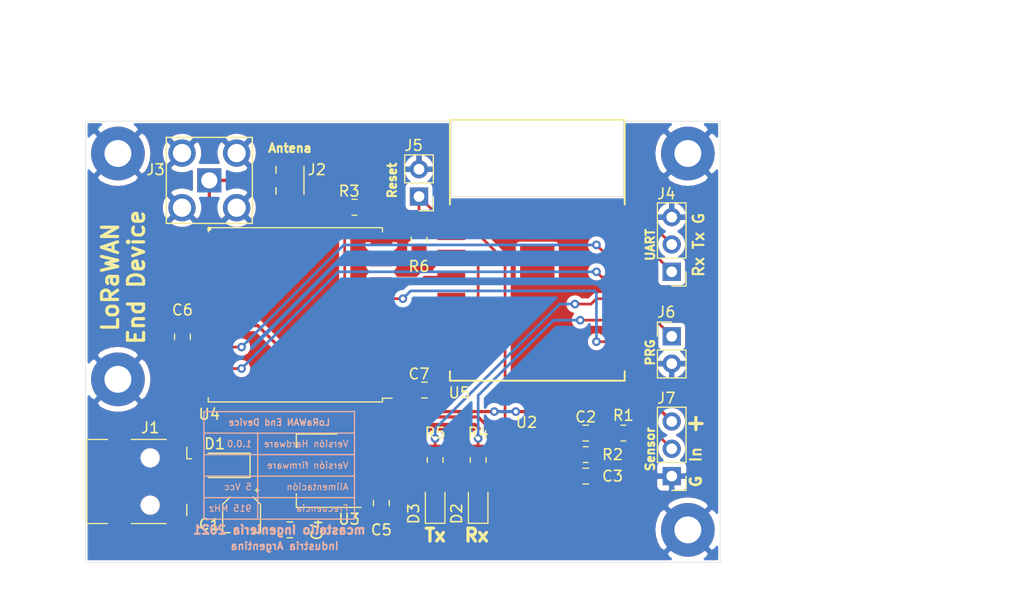
<source format=kicad_pcb>
(kicad_pcb (version 20171130) (host pcbnew 5.1.10-88a1d61d58~88~ubuntu20.04.1)
  (title_block (title "LoRa End Device") (date 2021-08-15) (rev 1.0) (company "Copyright mcastello Ingeniería") (comment 1 "Revisor: Ignacio Moya") (comment 2 "Autor: Marcelo Castello") (comment 3 "Licencia: TAPR Open Hardware Licence"))
  (layers (0 F.Cu signal) (31 B.Cu signal) (34 B.Paste user hide) (35 F.Paste user hide) (36 B.SilkS user) (37 F.SilkS user) (38 B.Mask user) (39 F.Mask user) (44 Edge.Cuts user))
  (net 0 "")
  (net 1 "Net-(C1-Pad1)")
  (net 2 GND)
  (net 3 /Analog0)
  (net 4 "Net-(C2-Pad2)")
  (net 5 "Net-(C3-Pad1)")
  (net 6 +3V3)
  (net 7 "Net-(D1-Pad2)")
  (net 8 "Net-(D2-Pad2)")
  (net 9 "Net-(D3-Pad2)")
  (net 10 "Net-(J1-Pad2)")
  (net 11 "Net-(J1-Pad3)")
  (net 12 "Net-(J1-Pad4)")
  (net 13 "Net-(J2-Pad2)")
  (net 14 "Net-(J4-Pad1)")
  (net 15 "Net-(J4-Pad2)")
  (net 16 "Net-(J5-Pad1)")
  (net 17 "Net-(J6-Pad1)")
  (net 18 "Net-(R3-Pad1)")
  (net 19 "Net-(R4-Pad1)")
  (net 20 "Net-(U4-Pad2)")
  (net 21 "Net-(U4-Pad3)")
  (net 22 "Net-(U4-Pad4)")
  (net 23 "Net-(U4-Pad6)")
  (net 24 "Net-(U4-Pad7)")
  (net 25 "Net-(U4-Pad11)")
  (net 26 "Net-(U4-Pad12)")
  (net 27 "Net-(U4-Pad14)")
  (net 28 "Net-(U4-Pad15)")
  (net 29 "Net-(U4-Pad16)")
  (net 30 "Net-(J7-Pad2)")
  (module Package_TO_SOT_SMD:SOT-223-3_TabPin2 (layer F.Cu) (at 79.5 90.5 180)
    (fp_text reference U3 (at -3 -4.5) (layer F.SilkS))
    (fp_text value LD1117)
    (fp_line (start 1.91 3.41) (end 1.91 2.15) (layer F.SilkS) (width 0.12))
    (fp_line (start 1.91 -3.41) (end 1.91 -2.15) (layer F.SilkS) (width 0.12))
    (fp_line (start -1.85 3.41) (end 1.91 3.41) (layer F.SilkS) (width 0.12))
    (fp_line (start -4.1 -3.41) (end 1.91 -3.41) (layer F.SilkS) (width 0.12))
    (pad 2 smd rect (at 3.15 0 180) (size 2 3.8) (layers F.Cu F.Paste F.Mask) (net 6 +3V3))
    (pad 2 smd rect (at -3.15 0 180) (size 2 1.5) (layers F.Cu F.Paste F.Mask) (net 6 +3V3))
    (pad 3 smd rect (at -3.15 2.3 180) (size 2 1.5) (layers F.Cu F.Paste F.Mask) (net 1 "Net-(C1-Pad1)"))
    (pad 1 smd rect (at -3.15 -2.3 180) (size 2 1.5) (layers F.Cu F.Paste F.Mask) (net 2 GND))
  )
  (module Fiducial:Fiducial_0.75mm_Mask1.5mm (layer F.Cu) (at 107 96)
    (fp_text reference FID3 hide)
    (fp_text value Fiducial hide)
    (pad "" smd circle (at 0 0) (size 0.75 0.75) (layers F.Cu F.Mask) (clearance 0.375))
  )
  (module Fiducial:Fiducial_0.75mm_Mask1.5mm (layer F.Cu) (at 110 61)
    (fp_text reference FID2 hide)
    (fp_text value Fiducial hide)
    (pad "" smd circle (at 0 0) (size 0.75 0.75) (layers F.Cu F.Mask) (clearance 0.375))
  )
  (module MountingHole:MountingHole_2.5mm_Pad (layer F.Cu) (at 114 96)
    (fp_text reference H4 hide)
    (fp_text value MountingHole hide)
    (pad 1 thru_hole circle (at 0 0) (size 5 5) (drill 2.5) (layers *.Cu *.Mask) (net 2 GND))
  )
  (module MountingHole:MountingHole_2.5mm_Pad (layer F.Cu) (at 114 61)
    (fp_text reference H3 hide)
    (fp_text value MountingHole hide)
    (pad 1 thru_hole circle (at 0 0) (size 5 5) (drill 2.5) (layers *.Cu *.Mask) (net 2 GND))
  )
  (module MountingHole:MountingHole_2.5mm_Pad (layer F.Cu) (at 61 61)
    (fp_text reference H2 hide)
    (fp_text value MountingHole hide)
    (pad 1 thru_hole circle (at 0 0) (size 5 5) (drill 2.5) (layers *.Cu *.Mask) (net 2 GND))
  )
  (module MountingHole:MountingHole_2.5mm_Pad (layer F.Cu) (at 61 82)
    (fp_text reference H1 hide)
    (fp_text value MountingHole hide)
    (pad 1 thru_hole circle (at 0 0) (size 5 5) (drill 2.5) (layers *.Cu *.Mask) (net 2 GND))
  )
  (module Fiducial:Fiducial_0.75mm_Mask1.5mm (layer F.Cu) (at 61.5 65.5)
    (fp_text reference FID1 hide)
    (fp_text value Fiducial hide)
    (pad "" smd circle (at 0 0) (size 0.75 0.75) (layers F.Cu F.Mask) (clearance 0.375))
  )
  (module Connector_PinHeader_2.54mm:PinHeader_1x03_P2.54mm_Vertical (layer F.Cu) (at 112.5 91 180)
    (fp_text reference J7 (at 0.5 7.25) (layer F.SilkS))
    (fp_text value Sensor)
    (fp_line (start -1.33 -1.33) (end 0 -1.33) (layer F.SilkS) (width 0.12))
    (fp_line (start -1.33 0) (end -1.33 -1.33) (layer F.SilkS) (width 0.12))
    (fp_line (start -1.33 1.27) (end 1.33 1.27) (layer F.SilkS) (width 0.12))
    (fp_line (start 1.33 1.27) (end 1.33 6.41) (layer F.SilkS) (width 0.12))
    (fp_line (start -1.33 1.27) (end -1.33 6.41) (layer F.SilkS) (width 0.12))
    (fp_line (start -1.33 6.41) (end 1.33 6.41) (layer F.SilkS) (width 0.12))
    (pad 3 thru_hole oval (at 0 5.08 180) (size 1.7 1.7) (drill 1) (layers *.Cu *.Mask) (net 6 +3V3))
    (pad 2 thru_hole oval (at 0 2.54 180) (size 1.7 1.7) (drill 1) (layers *.Cu *.Mask) (net 30 "Net-(J7-Pad2)"))
    (pad 1 thru_hole rect (at 0 0 180) (size 1.7 1.7) (drill 1) (layers *.Cu *.Mask) (net 2 GND))
  )
  (module Capacitor_SMD:CP_Elec_3x5.3 (layer F.Cu) (at 72.5 94.5 270)
    (fp_text reference C1 (at 1 3 180) (layer F.SilkS))
    (fp_text value 10uF)
    (fp_line (start 1.76 1.76) (end 1.76 1.06) (layer F.SilkS) (width 0.12))
    (fp_line (start 1.76 -1.76) (end 1.76 -1.06) (layer F.SilkS) (width 0.12))
    (fp_line (start -0.870563 -1.76) (end 1.76 -1.76) (layer F.SilkS) (width 0.12))
    (fp_line (start -0.870563 1.76) (end 1.76 1.76) (layer F.SilkS) (width 0.12))
    (fp_line (start -1.570563 -1.06) (end -0.870563 -1.76) (layer F.SilkS) (width 0.12))
    (fp_line (start -1.570563 1.06) (end -0.870563 1.76) (layer F.SilkS) (width 0.12))
    (fp_line (start -2.375 -1.435) (end -2 -1.435) (layer F.SilkS) (width 0.12))
    (fp_line (start -2.1875 -1.6225) (end -2.1875 -1.2475) (layer F.SilkS) (width 0.12))
    (pad 1 smd rect (at -1.5 0 270) (size 2.2 1.6) (layers F.Cu F.Paste F.Mask) (net 1 "Net-(C1-Pad1)"))
    (pad 2 smd rect (at 1.5 0 270) (size 2.2 1.6) (layers F.Cu F.Paste F.Mask) (net 2 GND))
  )
  (module Capacitor_SMD:C_0805_2012Metric (layer F.Cu) (at 104.5 87)
    (fp_text reference C2 (at 0 -1.5) (layer F.SilkS))
    (fp_text value 150nF)
    (fp_line (start -0.261252 -0.735) (end 0.261252 -0.735) (layer F.SilkS) (width 0.12))
    (fp_line (start -0.261252 0.735) (end 0.261252 0.735) (layer F.SilkS) (width 0.12))
    (pad 1 smd roundrect (at -0.95 0) (size 1 1.45) (layers F.Cu F.Paste F.Mask) (net 3 /Analog0))
    (pad 2 smd roundrect (at 0.95 0) (size 1 1.45) (layers F.Cu F.Paste F.Mask) (net 4 "Net-(C2-Pad2)"))
  )
  (module Capacitor_SMD:C_0805_2012Metric (layer F.Cu) (at 104.5 91)
    (fp_text reference C3 (at 2.5 0) (layer F.SilkS))
    (fp_text value 68nF)
    (fp_line (start -0.261252 -0.735) (end 0.261252 -0.735) (layer F.SilkS) (width 0.12))
    (fp_line (start -0.261252 0.735) (end 0.261252 0.735) (layer F.SilkS) (width 0.12))
    (pad 1 smd roundrect (at -0.95 0) (size 1 1.45) (layers F.Cu F.Paste F.Mask) (net 5 "Net-(C3-Pad1)"))
    (pad 2 smd roundrect (at 0.95 0) (size 1 1.45) (layers F.Cu F.Paste F.Mask) (net 2 GND))
  )
  (module Capacitor_SMD:C_0805_2012Metric (layer F.Cu) (at 77 96)
    (fp_text reference C4 (at 2.5 0 -270) (layer F.SilkS))
    (fp_text value 100nF)
    (fp_line (start -0.261252 0.735) (end 0.261252 0.735) (layer F.SilkS) (width 0.12))
    (fp_line (start -0.261252 -0.735) (end 0.261252 -0.735) (layer F.SilkS) (width 0.12))
    (pad 2 smd roundrect (at 0.95 0) (size 1 1.45) (layers F.Cu F.Paste F.Mask) (net 2 GND))
    (pad 1 smd roundrect (at -0.95 0) (size 1 1.45) (layers F.Cu F.Paste F.Mask) (net 1 "Net-(C1-Pad1)"))
  )
  (module Capacitor_SMD:C_0805_2012Metric (layer F.Cu) (at 85.5 93.5 270)
    (fp_text reference C5 (at 2.5 0 180) (layer F.SilkS))
    (fp_text value 100nF)
    (fp_line (start -0.261252 -0.735) (end 0.261252 -0.735) (layer F.SilkS) (width 0.12))
    (fp_line (start -0.261252 0.735) (end 0.261252 0.735) (layer F.SilkS) (width 0.12))
    (pad 1 smd roundrect (at -0.95 0 270) (size 1 1.45) (layers F.Cu F.Paste F.Mask) (net 6 +3V3))
    (pad 2 smd roundrect (at 0.95 0 270) (size 1 1.45) (layers F.Cu F.Paste F.Mask) (net 2 GND))
  )
  (module Capacitor_SMD:C_0805_2012Metric (layer F.Cu) (at 67 78.05 270)
    (fp_text reference C6 (at -2.5 0 180) (layer F.SilkS))
    (fp_text value 100nF)
    (fp_line (start -0.261252 0.735) (end 0.261252 0.735) (layer F.SilkS) (width 0.12))
    (fp_line (start -0.261252 -0.735) (end 0.261252 -0.735) (layer F.SilkS) (width 0.12))
    (pad 2 smd roundrect (at 0.95 0 270) (size 1 1.45) (layers F.Cu F.Paste F.Mask) (net 2 GND))
    (pad 1 smd roundrect (at -0.95 0 270) (size 1 1.45) (layers F.Cu F.Paste F.Mask) (net 6 +3V3))
  )
  (module Capacitor_SMD:C_0805_2012Metric (layer F.Cu) (at 89.5 83 180)
    (fp_text reference C7 (at 0.5 1.5) (layer F.SilkS))
    (fp_text value 100nF)
    (fp_line (start -0.261252 0.735) (end 0.261252 0.735) (layer F.SilkS) (width 0.12))
    (fp_line (start -0.261252 -0.735) (end 0.261252 -0.735) (layer F.SilkS) (width 0.12))
    (pad 2 smd roundrect (at 0.95 0 180) (size 1 1.45) (layers F.Cu F.Paste F.Mask) (net 2 GND))
    (pad 1 smd roundrect (at -0.95 0 180) (size 1 1.45) (layers F.Cu F.Paste F.Mask) (net 6 +3V3))
  )
  (module Diode_SMD:D_1206_3216Metric (layer F.Cu) (at 71 90 180)
    (fp_text reference D1 (at 1 2) (layer F.SilkS))
    (fp_text value 1N4007)
    (fp_line (start 1.6 -1.135) (end -2.285 -1.135) (layer F.SilkS) (width 0.12))
    (fp_line (start -2.285 -1.135) (end -2.285 1.135) (layer F.SilkS) (width 0.12))
    (fp_line (start -2.285 1.135) (end 1.6 1.135) (layer F.SilkS) (width 0.12))
    (pad 1 smd roundrect (at -1.4 0 180) (size 1.25 1.75) (layers F.Cu F.Paste F.Mask) (roundrect_rratio 0.2) (net 1 "Net-(C1-Pad1)"))
    (pad 2 smd roundrect (at 1.4 0 180) (size 1.25 1.75) (layers F.Cu F.Paste F.Mask) (roundrect_rratio 0.2) (net 7 "Net-(D1-Pad2)"))
  )
  (module LED_SMD:LED_0805_2012Metric_Castellated (layer F.Cu) (at 94.5 93.5 90)
    (fp_text reference D2 (at -1 -2 90) (layer F.SilkS))
    (fp_text value Verde)
    (fp_line (start 1 -0.91) (end -1.885 -0.91) (layer F.SilkS) (width 0.12))
    (fp_line (start -1.885 -0.91) (end -1.885 0.91) (layer F.SilkS) (width 0.12))
    (fp_line (start -1.885 0.91) (end 1 0.91) (layer F.SilkS) (width 0.12))
    (pad 1 smd roundrect (at -0.9625 0 90) (size 1.325 1.3) (layers F.Cu F.Paste F.Mask) (roundrect_rratio 0.1923076923076923) (net 2 GND))
    (pad 2 smd roundrect (at 0.9625 0 90) (size 1.325 1.3) (layers F.Cu F.Paste F.Mask) (roundrect_rratio 0.1923076923076923) (net 8 "Net-(D2-Pad2)"))
  )
  (module LED_SMD:LED_0805_2012Metric_Castellated (layer F.Cu) (at 90.5 93.5 90)
    (fp_text reference D3 (at -1 -2 270) (layer F.SilkS))
    (fp_text value Rojo)
    (fp_line (start -1.885 0.91) (end 1 0.91) (layer F.SilkS) (width 0.12))
    (fp_line (start -1.885 -0.91) (end -1.885 0.91) (layer F.SilkS) (width 0.12))
    (fp_line (start 1 -0.91) (end -1.885 -0.91) (layer F.SilkS) (width 0.12))
    (pad 2 smd roundrect (at 0.9625 0 90) (size 1.325 1.3) (layers F.Cu F.Paste F.Mask) (roundrect_rratio 0.1923076923076923) (net 9 "Net-(D3-Pad2)"))
    (pad 1 smd roundrect (at -0.9625 0 90) (size 1.325 1.3) (layers F.Cu F.Paste F.Mask) (roundrect_rratio 0.1923076923076923) (net 2 GND))
  )
  (module Connector_USB:USB_Mini-B_Lumberg_2486_01_Horizontal (layer F.Cu) (at 64 91.5 270)
    (fp_text reference J1 (at -5 0 180) (layer F.SilkS))
    (fp_text value USB_B_Micro hide)
    (fp_line (start 3.91 5.91) (end -3.91 5.91) (layer F.SilkS) (width 0.12))
    (fp_line (start -2.11 -3.41) (end -2.11 -3.84) (layer F.SilkS) (width 0.12))
    (fp_line (start 3.91 5.91) (end 3.91 3.96) (layer F.SilkS) (width 0.12))
    (fp_line (start 3.91 1.74) (end 3.91 -1.49) (layer F.SilkS) (width 0.12))
    (fp_line (start 2.11 -3.41) (end 3.19 -3.41) (layer F.SilkS) (width 0.12))
    (fp_line (start -3.19 -3.41) (end -2.11 -3.41) (layer F.SilkS) (width 0.12))
    (fp_line (start -3.91 1.74) (end -3.91 -1.49) (layer F.SilkS) (width 0.12))
    (fp_line (start -3.91 5.91) (end -3.91 3.96) (layer F.SilkS) (width 0.12))
    (pad 1 smd rect (at -1.6 -2.7 270) (size 0.5 2) (layers F.Cu F.Paste F.Mask) (net 7 "Net-(D1-Pad2)"))
    (pad 2 smd rect (at -0.8 -2.7 270) (size 0.5 2) (layers F.Cu F.Paste F.Mask) (net 10 "Net-(J1-Pad2)"))
    (pad 3 smd rect (at 0 -2.7 270) (size 0.5 2) (layers F.Cu F.Paste F.Mask) (net 11 "Net-(J1-Pad3)"))
    (pad 4 smd rect (at 0.8 -2.7 270) (size 0.5 2) (layers F.Cu F.Paste F.Mask) (net 12 "Net-(J1-Pad4)"))
    (pad 5 smd rect (at 1.6 -2.7 270) (size 0.5 2) (layers F.Cu F.Paste F.Mask) (net 2 GND))
    (pad 6 smd rect (at -4.45 -2.6 270) (size 2 1.7) (layers F.Cu F.Paste F.Mask) (net 2 GND))
    (pad 6 smd rect (at -4.45 2.85 270) (size 2 1.7) (layers F.Cu F.Paste F.Mask) (net 2 GND))
    (pad 6 smd rect (at 4.45 -2.6 270) (size 2 1.7) (layers F.Cu F.Paste F.Mask) (net 2 GND))
    (pad 6 smd rect (at 4.45 2.85 270) (size 2 1.7) (layers F.Cu F.Paste F.Mask) (net 2 GND))
    (pad "" np_thru_hole circle (at -2.2 0 270) (size 1 1) (drill 1) (layers *.Cu *.Mask))
    (pad "" np_thru_hole circle (at 2.2 0 270) (size 1 1) (drill 1) (layers *.Cu *.Mask))
  )
  (module "RFUFL2:HRS_U.FL-R-SMT-1(10)" (layer F.Cu) (at 77 63.5 270)
    (fp_text reference J2 (at -1 -2.5) (layer F.SilkS))
    (fp_text value UFL)
    (fp_line (start -1.3 -1.3) (end 1.3 -1.3) (layer F.SilkS) (width 0.127))
    (fp_line (start -1.3 1.3) (end -0.67 1.3) (layer F.SilkS) (width 0.127))
    (fp_line (start 1.3 1.3) (end 0.67 1.3) (layer F.SilkS) (width 0.127))
    (pad 2 smd rect (at 0 1.525 270) (size 1 1.05) (layers F.Cu F.Paste F.Mask) (net 13 "Net-(J2-Pad2)"))
    (pad 1 smd rect (at -1.475 0 270) (size 1.05 2.2) (layers F.Cu F.Paste F.Mask) (net 2 GND))
    (pad 3 smd rect (at 1.475 0 270) (size 1.05 2.2) (layers F.Cu F.Paste F.Mask))
  )
  (module RFSMA:AMPHENOL_132203RP (layer F.Cu) (at 69.5 63.5 180)
    (fp_text reference J3 (at 5 1) (layer F.SilkS))
    (fp_text value SMA)
    (fp_line (start -4 4) (end -4 -4) (layer F.SilkS) (width 0.127))
    (fp_line (start -4 -4) (end 4 -4) (layer F.SilkS) (width 0.127))
    (fp_line (start 4 -4) (end 4 4) (layer F.SilkS) (width 0.127))
    (fp_line (start 4 4) (end -4 4) (layer F.SilkS) (width 0.127))
    (fp_circle (center 0 -4.5) (end 0.1 -4.5) (layer F.SilkS) (width 0.2))
    (pad 1 thru_hole rect (at 0 0 180) (size 2.25 2.25) (drill 1.5) (layers *.Cu *.Mask) (net 13 "Net-(J2-Pad2)"))
    (pad 2 thru_hole circle (at -2.54 -2.54 180) (size 2.55 2.55) (drill 1.7) (layers *.Cu *.Mask) (net 2 GND))
    (pad 3 thru_hole circle (at 2.54 -2.54 180) (size 2.55 2.55) (drill 1.7) (layers *.Cu *.Mask) (net 2 GND))
    (pad 4 thru_hole circle (at 2.54 2.54 180) (size 2.55 2.55) (drill 1.7) (layers *.Cu *.Mask) (net 2 GND))
    (pad 5 thru_hole circle (at -2.54 2.54 180) (size 2.55 2.55) (drill 1.7) (layers *.Cu *.Mask) (net 2 GND))
  )
  (module Connector_PinHeader_2.54mm:PinHeader_1x03_P2.54mm_Vertical (layer F.Cu) (at 112.5 72 180)
    (fp_text reference J4 (at 0.5 7.25 180) (layer F.SilkS))
    (fp_text value UART)
    (fp_line (start -1.33 6.41) (end 1.33 6.41) (layer F.SilkS) (width 0.12))
    (fp_line (start -1.33 1.27) (end -1.33 6.41) (layer F.SilkS) (width 0.12))
    (fp_line (start 1.33 1.27) (end 1.33 6.41) (layer F.SilkS) (width 0.12))
    (fp_line (start -1.33 1.27) (end 1.33 1.27) (layer F.SilkS) (width 0.12))
    (fp_line (start -1.33 0) (end -1.33 -1.33) (layer F.SilkS) (width 0.12))
    (fp_line (start -1.33 -1.33) (end 0 -1.33) (layer F.SilkS) (width 0.12))
    (pad 1 thru_hole rect (at 0 0 180) (size 1.7 1.7) (drill 1) (layers *.Cu *.Mask) (net 14 "Net-(J4-Pad1)"))
    (pad 2 thru_hole oval (at 0 2.54 180) (size 1.7 1.7) (drill 1) (layers *.Cu *.Mask) (net 15 "Net-(J4-Pad2)"))
    (pad 3 thru_hole oval (at 0 5.08 180) (size 1.7 1.7) (drill 1) (layers *.Cu *.Mask) (net 2 GND))
  )
  (module Connector_PinHeader_2.54mm:PinHeader_1x02_P2.54mm_Vertical (layer F.Cu) (at 89 65 180)
    (fp_text reference J5 (at 0.5 4.75) (layer F.SilkS))
    (fp_text value Reset)
    (fp_line (start -1.33 -1.33) (end 0 -1.33) (layer F.SilkS) (width 0.12))
    (fp_line (start -1.33 0) (end -1.33 -1.33) (layer F.SilkS) (width 0.12))
    (fp_line (start -1.33 1.27) (end 1.33 1.27) (layer F.SilkS) (width 0.12))
    (fp_line (start 1.33 1.27) (end 1.33 3.87) (layer F.SilkS) (width 0.12))
    (fp_line (start -1.33 1.27) (end -1.33 3.87) (layer F.SilkS) (width 0.12))
    (fp_line (start -1.33 3.87) (end 1.33 3.87) (layer F.SilkS) (width 0.12))
    (pad 2 thru_hole oval (at 0 2.54 180) (size 1.7 1.7) (drill 1) (layers *.Cu *.Mask) (net 2 GND))
    (pad 1 thru_hole rect (at 0 0 180) (size 1.7 1.7) (drill 1) (layers *.Cu *.Mask) (net 16 "Net-(J5-Pad1)"))
  )
  (module Connector_PinHeader_2.54mm:PinHeader_1x02_P2.54mm_Vertical (layer F.Cu) (at 112.5 78)
    (fp_text reference J6 (at -0.5 -2.25 180) (layer F.SilkS))
    (fp_text value PRG)
    (fp_line (start -1.33 3.87) (end 1.33 3.87) (layer F.SilkS) (width 0.12))
    (fp_line (start -1.33 1.27) (end -1.33 3.87) (layer F.SilkS) (width 0.12))
    (fp_line (start 1.33 1.27) (end 1.33 3.87) (layer F.SilkS) (width 0.12))
    (fp_line (start -1.33 1.27) (end 1.33 1.27) (layer F.SilkS) (width 0.12))
    (fp_line (start -1.33 0) (end -1.33 -1.33) (layer F.SilkS) (width 0.12))
    (fp_line (start -1.33 -1.33) (end 0 -1.33) (layer F.SilkS) (width 0.12))
    (pad 1 thru_hole rect (at 0 0) (size 1.7 1.7) (drill 1) (layers *.Cu *.Mask) (net 17 "Net-(J6-Pad1)"))
    (pad 2 thru_hole oval (at 0 2.54) (size 1.7 1.7) (drill 1) (layers *.Cu *.Mask) (net 2 GND))
  )
  (module Resistor_SMD:R_0805_2012Metric (layer F.Cu) (at 108 87)
    (fp_text reference R1 (at 0 -1.65) (layer F.SilkS))
    (fp_text value 330)
    (fp_line (start -0.227064 -0.735) (end 0.227064 -0.735) (layer F.SilkS) (width 0.12))
    (fp_line (start -0.227064 0.735) (end 0.227064 0.735) (layer F.SilkS) (width 0.12))
    (pad 1 smd roundrect (at -0.9125 0) (size 1.025 1.4) (layers F.Cu F.Paste F.Mask) (roundrect_rratio 0.2439014634146341) (net 4 "Net-(C2-Pad2)"))
    (pad 2 smd roundrect (at 0.9125 0) (size 1.025 1.4) (layers F.Cu F.Paste F.Mask) (roundrect_rratio 0.2439014634146341) (net 30 "Net-(J7-Pad2)"))
  )
  (module Resistor_SMD:R_0805_2012Metric (layer F.Cu) (at 104.5 89)
    (fp_text reference R2 (at 2.5 0) (layer F.SilkS))
    (fp_text value 330)
    (fp_line (start -0.227064 0.735) (end 0.227064 0.735) (layer F.SilkS) (width 0.12))
    (fp_line (start -0.227064 -0.735) (end 0.227064 -0.735) (layer F.SilkS) (width 0.12))
    (pad 2 smd roundrect (at 0.9125 0) (size 1.025 1.4) (layers F.Cu F.Paste F.Mask) (roundrect_rratio 0.2439014634146341) (net 4 "Net-(C2-Pad2)"))
    (pad 1 smd roundrect (at -0.9125 0) (size 1.025 1.4) (layers F.Cu F.Paste F.Mask) (roundrect_rratio 0.2439014634146341) (net 5 "Net-(C3-Pad1)"))
  )
  (module Resistor_SMD:R_0805_2012Metric (layer F.Cu) (at 83 66)
    (fp_text reference R3 (at -0.5 -1.5) (layer F.SilkS))
    (fp_text value 1K)
    (fp_line (start -0.227064 0.735) (end 0.227064 0.735) (layer F.SilkS) (width 0.12))
    (fp_line (start -0.227064 -0.735) (end 0.227064 -0.735) (layer F.SilkS) (width 0.12))
    (pad 2 smd roundrect (at 0.9125 0) (size 1.025 1.4) (layers F.Cu F.Paste F.Mask) (roundrect_rratio 0.2439014634146341) (net 2 GND))
    (pad 1 smd roundrect (at -0.9125 0) (size 1.025 1.4) (layers F.Cu F.Paste F.Mask) (roundrect_rratio 0.2439014634146341) (net 18 "Net-(R3-Pad1)"))
  )
  (module Resistor_SMD:R_0805_2012Metric (layer F.Cu) (at 94.5 89.5 270)
    (fp_text reference R4 (at -2.5 0 180) (layer F.SilkS))
    (fp_text value 10K)
    (fp_line (start -0.227064 -0.735) (end 0.227064 -0.735) (layer F.SilkS) (width 0.12))
    (fp_line (start -0.227064 0.735) (end 0.227064 0.735) (layer F.SilkS) (width 0.12))
    (pad 1 smd roundrect (at -0.9125 0 270) (size 1.025 1.4) (layers F.Cu F.Paste F.Mask) (roundrect_rratio 0.2439014634146341) (net 19 "Net-(R4-Pad1)"))
    (pad 2 smd roundrect (at 0.9125 0 270) (size 1.025 1.4) (layers F.Cu F.Paste F.Mask) (roundrect_rratio 0.2439014634146341) (net 8 "Net-(D2-Pad2)"))
  )
  (module Resistor_SMD:R_0805_2012Metric (layer F.Cu) (at 90.5 89.5 270)
    (fp_text reference R5 (at -2.5 0 180) (layer F.SilkS))
    (fp_text value 10K)
    (fp_line (start -0.227064 0.735) (end 0.227064 0.735) (layer F.SilkS) (width 0.12))
    (fp_line (start -0.227064 -0.735) (end 0.227064 -0.735) (layer F.SilkS) (width 0.12))
    (pad 2 smd roundrect (at 0.9125 0 270) (size 1.025 1.4) (layers F.Cu F.Paste F.Mask) (roundrect_rratio 0.2439014634146341) (net 9 "Net-(D3-Pad2)"))
    (pad 1 smd roundrect (at -0.9125 0 270) (size 1.025 1.4) (layers F.Cu F.Paste F.Mask) (roundrect_rratio 0.2439014634146341) (net 17 "Net-(J6-Pad1)"))
  )
  (module Resistor_SMD:R_0805_2012Metric (layer F.Cu) (at 89 69 90)
    (fp_text reference R6 (at -2.5 0 180) (layer F.SilkS))
    (fp_text value 10K)
    (fp_line (start -0.227064 -0.735) (end 0.227064 -0.735) (layer F.SilkS) (width 0.12))
    (fp_line (start -0.227064 0.735) (end 0.227064 0.735) (layer F.SilkS) (width 0.12))
    (pad 1 smd roundrect (at -0.9125 0 90) (size 1.025 1.4) (layers F.Cu F.Paste F.Mask) (roundrect_rratio 0.2439014634146341) (net 6 +3V3))
    (pad 2 smd roundrect (at 0.9125 0 90) (size 1.025 1.4) (layers F.Cu F.Paste F.Mask) (roundrect_rratio 0.2439014634146341) (net 16 "Net-(J5-Pad1)"))
  )
  (module mcp6021:SOT23-5 (layer F.Cu) (at 99.5 88.5 90)
    (fp_text reference U2 (at 2.5 -0.5) (layer F.SilkS))
    (fp_text value MCP6021)
    (pad 1 smd rect (at -0.95 1.3001 90) (size 0.55 1.2) (layers F.Cu F.Paste F.Mask) (net 3 /Analog0))
    (pad 2 smd rect (at 0 1.3001 90) (size 0.55 1.2) (layers F.Cu F.Paste F.Mask) (net 2 GND))
    (pad 3 smd rect (at 0.95 1.3001 90) (size 0.55 1.2) (layers F.Cu F.Paste F.Mask) (net 5 "Net-(C3-Pad1)"))
    (pad 4 smd rect (at 0.95 -1.3001 90) (size 0.55 1.2) (layers F.Cu F.Paste F.Mask) (net 3 /Analog0))
    (pad 5 smd rect (at -0.95 -1.3001 90) (size 0.55 1.2) (layers F.Cu F.Paste F.Mask) (net 6 +3V3))
  )
  (module RF_Module:HOPERF_RFM9XW_SMD (layer F.Cu) (at 77.5 76 180)
    (fp_text reference U4 (at 8 -9.25) (layer F.SilkS))
    (fp_text value RFM95W)
    (fp_line (start -8.1 -8.1) (end 8.1 -8.1) (layer F.SilkS) (width 0.12))
    (fp_line (start 8.1 -8.1) (end 8.1 -7.7) (layer F.SilkS) (width 0.12))
    (fp_line (start -8.1 7.7) (end -8.1 8.1) (layer F.SilkS) (width 0.12))
    (fp_line (start -8.1 8.1) (end 8.1 8.1) (layer F.SilkS) (width 0.12))
    (fp_line (start 8.1 8.1) (end 8.1 7.7) (layer F.SilkS) (width 0.12))
    (fp_line (start -8.1 -8.1) (end -8.1 -7.75) (layer F.SilkS) (width 0.12))
    (fp_line (start -8.1 -7.75) (end -9 -7.75) (layer F.SilkS) (width 0.12))
    (pad 1 smd rect (at -8 -7 180) (size 2 1) (layers F.Cu F.Paste F.Mask) (net 2 GND))
    (pad 2 smd rect (at -8 -5 180) (size 2 1) (layers F.Cu F.Paste F.Mask) (net 20 "Net-(U4-Pad2)"))
    (pad 3 smd rect (at -8 -3 180) (size 2 1) (layers F.Cu F.Paste F.Mask) (net 21 "Net-(U4-Pad3)"))
    (pad 4 smd rect (at -8 -1 180) (size 2 1) (layers F.Cu F.Paste F.Mask) (net 22 "Net-(U4-Pad4)"))
    (pad 5 smd rect (at -8 1 180) (size 2 1) (layers F.Cu F.Paste F.Mask) (net 18 "Net-(R3-Pad1)"))
    (pad 6 smd rect (at -8 3 180) (size 2 1) (layers F.Cu F.Paste F.Mask) (net 23 "Net-(U4-Pad6)"))
    (pad 7 smd rect (at -8 5 180) (size 2 1) (layers F.Cu F.Paste F.Mask) (net 24 "Net-(U4-Pad7)"))
    (pad 8 smd rect (at -8 7 180) (size 2 1) (layers F.Cu F.Paste F.Mask) (net 2 GND))
    (pad 9 smd rect (at 8 7 180) (size 2 1) (layers F.Cu F.Paste F.Mask) (net 13 "Net-(J2-Pad2)"))
    (pad 10 smd rect (at 8 5 180) (size 2 1) (layers F.Cu F.Paste F.Mask) (net 2 GND))
    (pad 11 smd rect (at 8 3 180) (size 2 1) (layers F.Cu F.Paste F.Mask) (net 25 "Net-(U4-Pad11)"))
    (pad 12 smd rect (at 8 1 180) (size 2 1) (layers F.Cu F.Paste F.Mask) (net 26 "Net-(U4-Pad12)"))
    (pad 13 smd rect (at 8 -1 180) (size 2 1) (layers F.Cu F.Paste F.Mask) (net 6 +3V3))
    (pad 14 smd rect (at 8 -3 180) (size 2 1) (layers F.Cu F.Paste F.Mask) (net 27 "Net-(U4-Pad14)"))
    (pad 15 smd rect (at 8 -5 180) (size 2 1) (layers F.Cu F.Paste F.Mask) (net 28 "Net-(U4-Pad15)"))
    (pad 16 smd rect (at 8 -7 180) (size 2 1) (layers F.Cu F.Paste F.Mask) (net 29 "Net-(U4-Pad16)"))
  )
  (module esp12s:ESP-12S (layer F.Cu) (at 100 70)
    (fp_text reference U5 (at -7.25 13.25) (layer F.SilkS))
    (fp_text value ESP-12S)
    (fp_line (start 8.127 12.127) (end -8.127 12.127) (layer F.SilkS) (width 0.1778))
    (fp_line (start -8.127 12.127) (end -8.127 11.241) (layer F.SilkS) (width 0.1778))
    (fp_line (start 8.127 11.241) (end 8.127 12.127) (layer F.SilkS) (width 0.1778))
    (fp_line (start -8.127 -4.256) (end -8.127 -12.127) (layer F.SilkS) (width 0.1778))
    (fp_line (start -8.127 -12.127) (end 8.127 -12.127) (layer F.SilkS) (width 0.1778))
    (fp_line (start 8.127 -12.127) (end 8.127 -4.256) (layer F.SilkS) (width 0.1778))
    (pad 1 smd rect (at -8 -3.5) (size 2.6 1.1) (layers F.Cu F.Paste F.Mask) (net 16 "Net-(J5-Pad1)"))
    (pad 2 smd rect (at -8 -1.5) (size 2.6 1.1) (layers F.Cu F.Paste F.Mask) (net 3 /Analog0))
    (pad 3 smd rect (at -8 0.5) (size 2.6 1.1) (layers F.Cu F.Paste F.Mask) (net 6 +3V3))
    (pad 4 smd rect (at -8 2.5) (size 2.6 1.1) (layers F.Cu F.Paste F.Mask) (net 23 "Net-(U4-Pad6)"))
    (pad 5 smd rect (at -8 4.5) (size 2.6 1.1) (layers F.Cu F.Paste F.Mask) (net 22 "Net-(U4-Pad4)"))
    (pad 6 smd rect (at -8 6.5) (size 2.6 1.1) (layers F.Cu F.Paste F.Mask) (net 20 "Net-(U4-Pad2)"))
    (pad 7 smd rect (at -8 8.5) (size 2.6 1.1) (layers F.Cu F.Paste F.Mask) (net 21 "Net-(U4-Pad3)"))
    (pad 8 smd rect (at -8 10.5) (size 2.6 1.1) (layers F.Cu F.Paste F.Mask) (net 6 +3V3))
    (pad 9 smd rect (at 8 10.5) (size 2.6 1.1) (layers F.Cu F.Paste F.Mask) (net 2 GND))
    (pad 10 smd rect (at 8 8.5) (size 2.6 1.1) (layers F.Cu F.Paste F.Mask) (net 18 "Net-(R3-Pad1)"))
    (pad 11 smd rect (at 8 6.5) (size 2.6 1.1) (layers F.Cu F.Paste F.Mask) (net 19 "Net-(R4-Pad1)"))
    (pad 12 smd rect (at 8 4.5) (size 2.6 1.1) (layers F.Cu F.Paste F.Mask) (net 17 "Net-(J6-Pad1)"))
    (pad 13 smd rect (at 8 2.5) (size 2.6 1.1) (layers F.Cu F.Paste F.Mask) (net 28 "Net-(U4-Pad15)"))
    (pad 14 smd rect (at 8 0.5) (size 2.6 1.1) (layers F.Cu F.Paste F.Mask) (net 27 "Net-(U4-Pad14)"))
    (pad 15 smd rect (at 8 -1.5) (size 2.6 1.1) (layers F.Cu F.Paste F.Mask) (net 14 "Net-(J4-Pad1)"))
    (pad 16 smd rect (at 8 -3.5) (size 2.6 1.1) (layers F.Cu F.Paste F.Mask) (net 15 "Net-(J4-Pad2)"))
    (pad P$1 smd rect (at 0 1.2) (size 3.2 3.2) (layers F.Cu F.Mask))
  )
  (gr_text "Industria Argentina" (at 76.5 97.5) (layer B.SilkS) (effects (font (size 0.7 0.7)) (justify mirror)))
  (gr_text "5 Vcc" (at 73.5 92) (layer B.SilkS) (effects (font (size 0.6 0.6) (thickness 0.1)) (justify left mirror)))
  (gr_text 1.0.0 (at 73.5 88) (layer B.SilkS) (effects (font (size 0.6 0.6) (thickness 0.1)) (justify left mirror)))
  (gr_line (start 108 58) (end 117 58) (layer Edge.Cuts) (width 0.05))
  (gr_line (start 108 65) (end 108 58) (layer Edge.Cuts) (width 0.05))
  (gr_line (start 92 65) (end 108 65) (layer Edge.Cuts) (width 0.05))
  (gr_line (start 92 58) (end 92 65) (layer Edge.Cuts) (width 0.05))
  (gr_text "LoRaWAN End Device" (at 76 86) (layer B.SilkS) (effects (font (size 0.6 0.6) (thickness 0.125)) (justify mirror)))
  (gr_text "Versión Hardware" (at 82.5 88) (layer B.SilkS) (effects (font (size 0.6 0.6) (thickness 0.1)) (justify left mirror)))
  (gr_line (start 83 85) (end 69 85) (layer B.SilkS) (width 0.12))
  (gr_line (start 83 87) (end 69 87) (layer B.SilkS) (width 0.12))
  (gr_text "915 MHz" (at 73.5 94) (layer B.SilkS) (effects (font (size 0.6 0.6) (thickness 0.1)) (justify left mirror)))
  (gr_text Frecuencia (at 82.5 94) (layer B.SilkS) (effects (font (size 0.6 0.6) (thickness 0.1)) (justify left mirror)))
  (gr_text Alimentación (at 82.5 92) (layer B.SilkS) (effects (font (size 0.6 0.6) (thickness 0.1)) (justify left mirror)))
  (gr_text "Versión firmware" (at 82.5 90) (layer B.SilkS) (effects (font (size 0.6 0.6) (thickness 0.1)) (justify left mirror)))
  (gr_line (start 69 95) (end 83 95) (layer B.SilkS) (width 0.12))
  (gr_line (start 69 93) (end 83 93) (layer B.SilkS) (width 0.12))
  (gr_line (start 74 87) (end 74 95) (layer B.SilkS) (width 0.12))
  (gr_line (start 69 91) (end 83 91) (layer B.SilkS) (width 0.12))
  (gr_line (start 69 95) (end 69 85) (layer B.SilkS) (width 0.12))
  (gr_line (start 83 85) (end 83 95) (layer B.SilkS) (width 0.12))
  (gr_line (start 69 89) (end 83 89) (layer B.SilkS) (width 0.12))
  (gr_text Sensor (at 110.5 88.5 90) (layer F.SilkS) (effects (font (size 0.8 0.8) (thickness 0.2))))
  (gr_text Reset (at 86.5 63.5 90) (layer F.SilkS) (effects (font (size 0.8 0.8) (thickness 0.2))))
  (gr_text PRG (at 110.5 79.5 90) (layer F.SilkS) (effects (font (size 0.8 0.8) (thickness 0.2))))
  (gr_text UART (at 110.5 69.5 90) (layer F.SilkS) (effects (font (size 0.8 0.8) (thickness 0.2))))
  (gr_text "Tx  Rx" (at 92.5 96.5) (layer F.SilkS) (effects (font (size 1.2 1.2) (thickness 0.3))))
  (gr_text Antena (at 77 60.5) (layer F.SilkS) (effects (font (size 0.8 0.8) (thickness 0.2))))
  (gr_text + (at 114.75 86) (layer F.SilkS) (effects (font (size 1.5 1.5) (thickness 0.3))))
  (gr_text In (at 114.75 89 90) (layer F.SilkS) (effects (font (size 1 1) (thickness 0.2))))
  (gr_text G (at 114.75 91.5 90) (layer F.SilkS) (effects (font (size 1 1) (thickness 0.25))))
  (gr_text "Rx Tx G" (at 115 69.5 90) (layer F.SilkS) (effects (font (size 1 1) (thickness 0.2))))
  (gr_text "mcastello Ingeniería 2021" (at 76 96) (layer B.SilkS) (effects (font (size 0.8 0.8) (thickness 0.2)) (justify mirror)))
  (gr_text "LoRaWAN\nEnd Device" (at 61.5 72.5 90) (layer F.SilkS) (effects (font (size 1.5 1.5) (thickness 0.3))))
  (gr_line (start 52.5 52) (end 52.5 52) (layer Edge.Cuts) (width 0.05))
  (gr_line (start 58 99) (end 58 58) (layer Edge.Cuts) (width 0.05))
  (gr_line (start 117 99) (end 58 99) (layer Edge.Cuts) (width 0.05))
  (gr_line (start 117 58) (end 117 99) (layer Edge.Cuts) (width 0.05))
  (gr_line (start 58 58) (end 92 58) (layer Edge.Cuts) (width 0.05))
  (segment (start 72.4 92.9) (end 72.5 93) (width 0.25) (layer F.Cu) (net 1))
  (segment (start 72.4 90) (end 72.4 92.9) (width 0.25) (layer F.Cu) (net 1))
  (segment (start 73.05 93) (end 76.05 96) (width 0.25) (layer F.Cu) (net 1))
  (segment (start 72.5 93) (end 73.05 93) (width 0.25) (layer F.Cu) (net 1))
  (segment (start 76.05 96) (end 79.5 92.55) (width 0.25) (layer F.Cu) (net 1))
  (segment (start 79.5 92.55) (end 79.5 90) (width 0.25) (layer F.Cu) (net 1))
  (segment (start 81.3 88.2) (end 82.65 88.2) (width 0.25) (layer F.Cu) (net 1))
  (segment (start 79.5 90) (end 81.3 88.2) (width 0.25) (layer F.Cu) (net 1))
  (segment (start 66.7 95.85) (end 66.6 95.95) (width 0.25) (layer F.Cu) (net 2))
  (segment (start 66.7 93.1) (end 66.7 95.85) (width 0.25) (layer F.Cu) (net 2))
  (segment (start 105.45 92.05) (end 105.45 91) (width 0.25) (layer F.Cu) (net 2))
  (segment (start 105 92.5) (end 105.45 92.05) (width 0.25) (layer F.Cu) (net 2))
  (segment (start 102.5 92.5) (end 105 92.5) (width 0.25) (layer F.Cu) (net 2))
  (segment (start 102 92) (end 102.5 92.5) (width 0.25) (layer F.Cu) (net 2))
  (segment (start 102 88.8499) (end 102 92) (width 0.25) (layer F.Cu) (net 2))
  (segment (start 101.6501 88.5) (end 102 88.8499) (width 0.25) (layer F.Cu) (net 2))
  (segment (start 100.8001 88.5) (end 101.6501 88.5) (width 0.25) (layer F.Cu) (net 2))
  (segment (start 88.55 83) (end 85.5 83) (width 0.25) (layer F.Cu) (net 2))
  (segment (start 99.2499 86.5) (end 98.1999 87.55) (width 0.25) (layer F.Cu) (net 3))
  (segment (start 98.1999 87.55) (end 98.1999 87.6999) (width 0.25) (layer F.Cu) (net 3))
  (segment (start 99.95 89.45) (end 100.8001 89.45) (width 0.25) (layer F.Cu) (net 3))
  (segment (start 98.1999 87.6999) (end 99.95 89.45) (width 0.25) (layer F.Cu) (net 3))
  (segment (start 103.05 86.5) (end 103.55 87) (width 0.25) (layer F.Cu) (net 3))
  (segment (start 99.2499 86.5) (end 103.05 86.5) (width 0.25) (layer F.Cu) (net 3))
  (segment (start 92 68.5) (end 94.5 68.5) (width 0.25) (layer F.Cu) (net 3))
  (segment (start 94.5 68.5) (end 97 71) (width 0.25) (layer F.Cu) (net 3))
  (segment (start 97 86.3501) (end 98.1999 87.55) (width 0.25) (layer F.Cu) (net 3))
  (segment (start 97 71) (end 97 86.3501) (width 0.25) (layer F.Cu) (net 3))
  (segment (start 107.0875 87) (end 105.45 87) (width 0.25) (layer F.Cu) (net 4))
  (segment (start 105.45 88.9625) (end 105.4125 89) (width 0.25) (layer F.Cu) (net 4))
  (segment (start 105.45 87) (end 105.45 88.9625) (width 0.25) (layer F.Cu) (net 4))
  (segment (start 103.1001 89) (end 103.5875 89) (width 0.25) (layer F.Cu) (net 5))
  (segment (start 101.6501 87.55) (end 103.1001 89) (width 0.25) (layer F.Cu) (net 5))
  (segment (start 100.8001 87.55) (end 101.6501 87.55) (width 0.25) (layer F.Cu) (net 5))
  (segment (start 103.55 89.0375) (end 103.5875 89) (width 0.25) (layer F.Cu) (net 5))
  (segment (start 103.55 91) (end 103.55 89.0375) (width 0.25) (layer F.Cu) (net 5))
  (segment (start 84 90.5) (end 82.65 90.5) (width 0.25) (layer F.Cu) (net 6))
  (segment (start 67.1 77) (end 67 77.1) (width 0.25) (layer F.Cu) (net 6))
  (segment (start 69.5 77) (end 67.1 77) (width 0.25) (layer F.Cu) (net 6))
  (segment (start 89.5875 70.5) (end 89 69.9125) (width 0.25) (layer F.Cu) (net 6))
  (segment (start 92 70.5) (end 89.5875 70.5) (width 0.25) (layer F.Cu) (net 6))
  (segment (start 92 70.5) (end 94 70.5) (width 0.25) (layer F.Cu) (net 6))
  (segment (start 94 70.5) (end 94.5 71) (width 0.25) (layer F.Cu) (net 6))
  (segment (start 76.35 90.5) (end 76.35 79.35) (width 0.3) (layer F.Cu) (net 6))
  (segment (start 74 77) (end 69.5 77) (width 0.3) (layer F.Cu) (net 6))
  (segment (start 76.35 79.35) (end 74 77) (width 0.3) (layer F.Cu) (net 6))
  (segment (start 112.5 85.92) (end 111.58 85) (width 0.3) (layer F.Cu) (net 6))
  (segment (start 111.58 85) (end 98 85) (width 0.3) (layer F.Cu) (net 6))
  (segment (start 82.65 90.5) (end 83 90.5) (width 0.25) (layer F.Cu) (net 6))
  (segment (start 83.15 90) (end 82.65 90.5) (width 0.25) (layer F.Cu) (net 6))
  (segment (start 90.45 83) (end 92 83) (width 0.3) (layer F.Cu) (net 6))
  (segment (start 92 80.5) (end 92 83) (width 0.3) (layer F.Cu) (net 6))
  (segment (start 92 80.5) (end 94 80.5) (width 0.25) (layer F.Cu) (net 6))
  (segment (start 94.5 80) (end 94.5 71) (width 0.25) (layer F.Cu) (net 6))
  (segment (start 94 80.5) (end 94.5 80) (width 0.25) (layer F.Cu) (net 6))
  (segment (start 83.5 90.5) (end 82.65 90.5) (width 0.25) (layer F.Cu) (net 6))
  (segment (start 83.45 90.5) (end 85.5 92.55) (width 0.25) (layer F.Cu) (net 6))
  (segment (start 82.65 90.5) (end 83.45 90.5) (width 0.25) (layer F.Cu) (net 6))
  (segment (start 98 85) (end 98 85) (width 0.25) (layer F.Cu) (net 6))
  (via (at 98 85) (size 0.8) (drill 0.4) (layers F.Cu B.Cu) (net 6))
  (segment (start 98 85) (end 96 85) (width 0.3) (layer B.Cu) (net 6))
  (via (at 96 85) (size 0.8) (drill 0.4) (layers F.Cu B.Cu) (net 6))
  (segment (start 82.685002 90.5) (end 82.65 90.5) (width 0.25) (layer F.Cu) (net 6))
  (segment (start 80 86.5) (end 84 86.5) (width 0.25) (layer F.Cu) (net 6))
  (segment (start 76.35 90.15) (end 80 86.5) (width 0.25) (layer F.Cu) (net 6))
  (segment (start 76.35 90.5) (end 76.35 90.15) (width 0.25) (layer F.Cu) (net 6))
  (segment (start 84 86.5) (end 84.5 87) (width 0.25) (layer F.Cu) (net 6))
  (segment (start 84.5 87) (end 84.5 90) (width 0.25) (layer F.Cu) (net 6))
  (segment (start 84.5 90) (end 84 90.5) (width 0.25) (layer F.Cu) (net 6))
  (segment (start 85 90.5) (end 82.65 90.5) (width 0.25) (layer F.Cu) (net 6))
  (segment (start 85.5 90) (end 85 90.5) (width 0.3) (layer F.Cu) (net 6))
  (segment (start 92 83.5) (end 91 84.5) (width 0.3) (layer F.Cu) (net 6))
  (segment (start 92 83) (end 92 83.5) (width 0.3) (layer F.Cu) (net 6))
  (segment (start 88.5 85) (end 86 87.5) (width 0.3) (layer F.Cu) (net 6))
  (segment (start 96 85) (end 88.5 85) (width 0.3) (layer F.Cu) (net 6))
  (segment (start 86 90) (end 85.5 90.5) (width 0.3) (layer F.Cu) (net 6))
  (segment (start 86 87.5) (end 86 90) (width 0.3) (layer F.Cu) (net 6))
  (segment (start 85.5 90.5) (end 82.65 90.5) (width 0.25) (layer F.Cu) (net 6))
  (segment (start 86 90.5) (end 82.65 90.5) (width 0.4) (layer F.Cu) (net 6))
  (segment (start 94.5 85.5) (end 89 85.5) (width 0.3) (layer F.Cu) (net 6))
  (segment (start 89 85.5) (end 86.5 88) (width 0.3) (layer F.Cu) (net 6))
  (segment (start 96 88.5) (end 96 87) (width 0.3) (layer F.Cu) (net 6))
  (segment (start 96.95 89.45) (end 96 88.5) (width 0.3) (layer F.Cu) (net 6))
  (segment (start 86.5 88) (end 86.5 90) (width 0.3) (layer F.Cu) (net 6))
  (segment (start 96 87) (end 94.5 85.5) (width 0.3) (layer F.Cu) (net 6))
  (segment (start 98.1999 89.45) (end 96.95 89.45) (width 0.3) (layer F.Cu) (net 6))
  (segment (start 85.5 87) (end 85.5 90) (width 0.3) (layer F.Cu) (net 6))
  (segment (start 88 84.5) (end 85.5 87) (width 0.3) (layer F.Cu) (net 6))
  (segment (start 91 84.5) (end 88 84.5) (width 0.3) (layer F.Cu) (net 6))
  (segment (start 86.5 90) (end 86 90.5) (width 0.3) (layer F.Cu) (net 6))
  (segment (start 69.5 89.9) (end 69.6 90) (width 0.25) (layer F.Cu) (net 7))
  (segment (start 66.7 89.9) (end 69.5 89.9) (width 0.25) (layer F.Cu) (net 7))
  (segment (start 94.5 90.4125) (end 94.5 92.5375) (width 0.25) (layer F.Cu) (net 8))
  (segment (start 90.5 90.4125) (end 90.5 92.5375) (width 0.25) (layer F.Cu) (net 9))
  (segment (start 75.475 63.5) (end 69.5 63.5) (width 0.3) (layer F.Cu) (net 13))
  (segment (start 69.5 63.5) (end 69.5 69) (width 0.3) (layer F.Cu) (net 13))
  (segment (start 109.55 68.5) (end 110.5 69.45) (width 0.25) (layer F.Cu) (net 14))
  (segment (start 108 68.5) (end 109.55 68.5) (width 0.25) (layer F.Cu) (net 14))
  (segment (start 110.5 70) (end 112.5 72) (width 0.25) (layer F.Cu) (net 14))
  (segment (start 110.5 69.45) (end 110.5 70) (width 0.25) (layer F.Cu) (net 14))
  (segment (start 109.54 66.5) (end 112.5 69.46) (width 0.25) (layer F.Cu) (net 15))
  (segment (start 108 66.5) (end 109.54 66.5) (width 0.25) (layer F.Cu) (net 15))
  (segment (start 89 68.0875) (end 89 65) (width 0.25) (layer F.Cu) (net 16))
  (segment (start 90.5 66.5) (end 89 65) (width 0.25) (layer F.Cu) (net 16))
  (segment (start 92 66.5) (end 90.5 66.5) (width 0.25) (layer F.Cu) (net 16))
  (segment (start 109 74.5) (end 112.5 78) (width 0.25) (layer F.Cu) (net 17))
  (segment (start 108 74.5) (end 109 74.5) (width 0.25) (layer F.Cu) (net 17))
  (via (at 103.5 75) (size 0.8) (drill 0.4) (layers F.Cu B.Cu) (net 17))
  (via (at 90.5 87.5) (size 0.8) (drill 0.4) (layers F.Cu B.Cu) (net 17))
  (segment (start 90.5 88.5875) (end 90.5 87.5) (width 0.25) (layer F.Cu) (net 17))
  (segment (start 108 74.5) (end 106 74.5) (width 0.25) (layer F.Cu) (net 17))
  (segment (start 106 74.5) (end 105.5 74.5) (width 0.25) (layer F.Cu) (net 17))
  (segment (start 105 75) (end 105.5 74.5) (width 0.25) (layer F.Cu) (net 17))
  (segment (start 103.5 75) (end 105 75) (width 0.25) (layer F.Cu) (net 17))
  (segment (start 90.5 86.580748) (end 90.5 87.5) (width 0.25) (layer B.Cu) (net 17))
  (segment (start 102.080748 75) (end 90.5 86.580748) (width 0.25) (layer B.Cu) (net 17))
  (segment (start 103.5 75) (end 102.080748 75) (width 0.25) (layer B.Cu) (net 17))
  (segment (start 82.0875 66) (end 82.0875 73.5875) (width 0.25) (layer F.Cu) (net 18))
  (segment (start 83.5 75) (end 85.5 75) (width 0.25) (layer F.Cu) (net 18))
  (segment (start 82.0875 73.5875) (end 83.5 75) (width 0.25) (layer F.Cu) (net 18))
  (segment (start 108 78.5) (end 105.5 78.5) (width 0.25) (layer F.Cu) (net 18))
  (via (at 105.5 78.5) (size 0.8) (drill 0.4) (layers F.Cu B.Cu) (net 18))
  (segment (start 105.5 78.5) (end 105.5 74) (width 0.25) (layer B.Cu) (net 18))
  (segment (start 105.274999 73.774999) (end 88.225001 73.774999) (width 0.25) (layer B.Cu) (net 18))
  (segment (start 105.5 74) (end 105.274999 73.774999) (width 0.25) (layer B.Cu) (net 18))
  (via (at 87.5 74.5) (size 0.8) (drill 0.4) (layers F.Cu B.Cu) (net 18))
  (segment (start 88.225001 73.774999) (end 87.5 74.5) (width 0.25) (layer B.Cu) (net 18))
  (segment (start 86 74.5) (end 85.5 75) (width 0.25) (layer F.Cu) (net 18))
  (segment (start 87.5 74.5) (end 86 74.5) (width 0.25) (layer F.Cu) (net 18))
  (segment (start 108 76.5) (end 105.5 76.5) (width 0.25) (layer F.Cu) (net 19))
  (via (at 104 76.5) (size 0.8) (drill 0.4) (layers F.Cu B.Cu) (net 19))
  (segment (start 101.5 76.5) (end 94.5 83.5) (width 0.25) (layer B.Cu) (net 19))
  (via (at 94.5 87.5) (size 0.8) (drill 0.4) (layers F.Cu B.Cu) (net 19))
  (segment (start 94.5 83.5) (end 94.5 86.5) (width 0.25) (layer B.Cu) (net 19))
  (segment (start 105.5 76.5) (end 104 76.5) (width 0.25) (layer F.Cu) (net 19))
  (segment (start 101.5 76.5) (end 104 76.5) (width 0.25) (layer B.Cu) (net 19))
  (segment (start 94.5 88.5875) (end 94.5 87.5) (width 0.25) (layer F.Cu) (net 19))
  (segment (start 94.5 86.5) (end 94.5 87.5) (width 0.25) (layer B.Cu) (net 19))
  (segment (start 85.5 81) (end 86.5 81) (width 0.25) (layer F.Cu) (net 20))
  (segment (start 91 76.5) (end 92 76.5) (width 0.25) (layer F.Cu) (net 20))
  (segment (start 86.5 81) (end 91 76.5) (width 0.25) (layer F.Cu) (net 20))
  (segment (start 90.265002 78.5) (end 86.765002 82) (width 0.25) (layer F.Cu) (net 21))
  (segment (start 92 78.5) (end 90.265002 78.5) (width 0.25) (layer F.Cu) (net 21))
  (segment (start 84.234998 82) (end 83.5 81.265002) (width 0.25) (layer F.Cu) (net 21))
  (segment (start 86.765002 82) (end 84.234998 82) (width 0.25) (layer F.Cu) (net 21))
  (segment (start 83.5 81.265002) (end 83.5 79.5) (width 0.25) (layer F.Cu) (net 21))
  (segment (start 84 79) (end 85.5 79) (width 0.25) (layer F.Cu) (net 21))
  (segment (start 83.5 79.5) (end 84 79) (width 0.25) (layer F.Cu) (net 21))
  (segment (start 85.5 77) (end 87 77) (width 0.25) (layer F.Cu) (net 22))
  (segment (start 89.5 74.5) (end 92 74.5) (width 0.25) (layer F.Cu) (net 22))
  (segment (start 87 77) (end 89.5 74.5) (width 0.25) (layer F.Cu) (net 22))
  (segment (start 85.5 73) (end 89 73) (width 0.25) (layer F.Cu) (net 23))
  (segment (start 89.5 72.5) (end 92 72.5) (width 0.25) (layer F.Cu) (net 23))
  (segment (start 89 73) (end 89.5 72.5) (width 0.25) (layer F.Cu) (net 23))
  (segment (start 108 70.5) (end 106.5 70.5) (width 0.25) (layer F.Cu) (net 27))
  (via (at 105.5 69.5) (size 0.8) (drill 0.4) (layers F.Cu B.Cu) (net 27))
  (segment (start 106.5 70.5) (end 105.5 69.5) (width 0.25) (layer F.Cu) (net 27))
  (segment (start 105.5 69.5) (end 82 69.5) (width 0.25) (layer B.Cu) (net 27))
  (via (at 72.5 79) (size 0.8) (drill 0.4) (layers F.Cu B.Cu) (net 27))
  (segment (start 82 69.5) (end 72.5 79) (width 0.25) (layer B.Cu) (net 27))
  (segment (start 72.5 79) (end 69.5 79) (width 0.25) (layer F.Cu) (net 27))
  (segment (start 108 72.5) (end 106 72.5) (width 0.25) (layer F.Cu) (net 28))
  (via (at 105.5 72) (size 0.8) (drill 0.4) (layers F.Cu B.Cu) (net 28))
  (segment (start 106 72.5) (end 105.5 72) (width 0.25) (layer F.Cu) (net 28))
  (segment (start 105.5 72) (end 81.5 72) (width 0.25) (layer B.Cu) (net 28))
  (via (at 72.5 81) (size 0.8) (drill 0.4) (layers F.Cu B.Cu) (net 28))
  (segment (start 81.5 72) (end 72.5 81) (width 0.25) (layer B.Cu) (net 28))
  (segment (start 72.5 81) (end 69.5 81) (width 0.25) (layer F.Cu) (net 28))
  (segment (start 112.5 88.46) (end 111.04 87) (width 0.25) (layer F.Cu) (net 30))
  (segment (start 111.04 87) (end 108.9125 87) (width 0.25) (layer F.Cu) (net 30))
  (zone (net 2) (net_name GND) (layer F.Cu) (connect_pads (clearance 0.15)) (min_thickness 0.254) (fill yes (arc_segments 32) (thermal_gap 0.508) (thermal_bridge_width 0.508))
    (polygon (pts (xy 116 98) (xy 59 98) (xy 59 59) (xy 116 59)))
  )
  (zone (net 2) (net_name GND) (layer B.Cu) (connect_pads (clearance 0.15)) (min_thickness 0.254) (fill yes (arc_segments 32) (thermal_gap 0.508) (thermal_bridge_width 0.508))
    (polygon (pts (xy 118 100) (xy 57 100) (xy 57 57) (xy 118 57)))
  )
)
</source>
